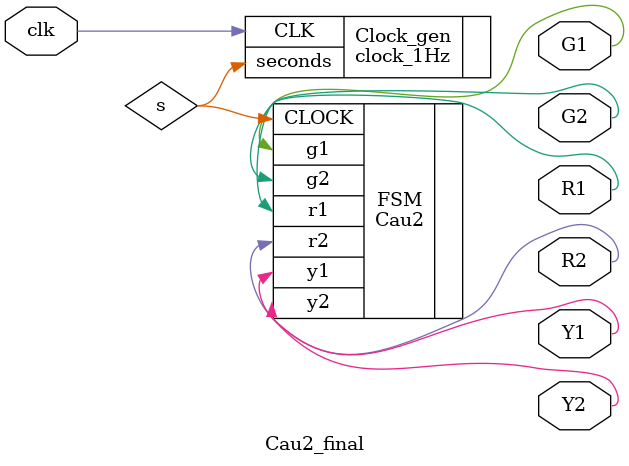
<source format=v>
module Cau2_final(
	input clk,
	output R1,R2,G1,G2,Y1,Y2
);
	wire s;
clock_1Hz Clock_gen(.CLK(clk),.seconds(s));
Cau2 FSM(.CLOCK(s),.r1(R1),.r2(R2),.g1(G1),.g2(G2),.y1(Y1),.y2(Y2));
endmodule
</source>
